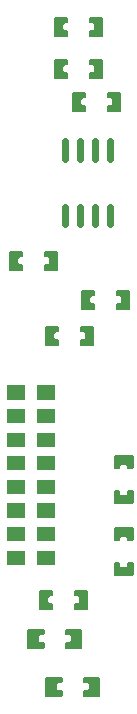
<source format=gbp>
G04 Layer: BottomPasteMaskLayer*
G04 EasyEDA v6.5.5, 2022-05-12 14:51:26*
G04 adf74ae4be104b6fa4aa75e98640d5de,defc1f93b7bc4f92b0c06f3051cee8fa,10*
G04 Gerber Generator version 0.2*
G04 Scale: 100 percent, Rotated: No, Reflected: No *
G04 Dimensions in millimeters *
G04 leading zeros omitted , absolute positions ,4 integer and 5 decimal *
%FSLAX45Y45*%
%MOMM*%

%ADD16C,0.5740*%

%LPD*%
G36*
X-198120Y-2123389D02*
G01*
X-208076Y-2133396D01*
X-208076Y-2286203D01*
X-198120Y-2296210D01*
X-69596Y-2296210D01*
X-59588Y-2286203D01*
X-59588Y-2249170D01*
X-69596Y-2239162D01*
X-100076Y-2239162D01*
X-110083Y-2229154D01*
X-110083Y-2190445D01*
X-100076Y-2180437D01*
X-69596Y-2180437D01*
X-59588Y-2170430D01*
X-59588Y-2133396D01*
X-69596Y-2123389D01*
G37*
G36*
X120396Y-2123389D02*
G01*
X110388Y-2133396D01*
X110388Y-2170430D01*
X120396Y-2180437D01*
X150876Y-2180437D01*
X160883Y-2190445D01*
X160883Y-2229154D01*
X150876Y-2239162D01*
X120396Y-2239162D01*
X110388Y-2249170D01*
X110388Y-2286203D01*
X120396Y-2296210D01*
X248920Y-2296210D01*
X258876Y-2286203D01*
X258876Y-2133396D01*
X248920Y-2123389D01*
G37*
G36*
X-350520Y-1716989D02*
G01*
X-360476Y-1726996D01*
X-360476Y-1879803D01*
X-350520Y-1889810D01*
X-221996Y-1889810D01*
X-211988Y-1879803D01*
X-211988Y-1842770D01*
X-221996Y-1832762D01*
X-252475Y-1832762D01*
X-262483Y-1822754D01*
X-262483Y-1784045D01*
X-252475Y-1774037D01*
X-221996Y-1774037D01*
X-211988Y-1764030D01*
X-211988Y-1726996D01*
X-221996Y-1716989D01*
G37*
G36*
X-32004Y-1716989D02*
G01*
X-42011Y-1726996D01*
X-42011Y-1764030D01*
X-32004Y-1774037D01*
X-1524Y-1774037D01*
X8483Y-1784045D01*
X8483Y-1822754D01*
X-1524Y-1832762D01*
X-32004Y-1832762D01*
X-42011Y-1842770D01*
X-42011Y-1879803D01*
X-32004Y-1889810D01*
X96520Y-1889810D01*
X106476Y-1879803D01*
X106476Y-1726996D01*
X96520Y-1716989D01*
G37*
G36*
X173685Y3463239D02*
G01*
X163677Y3453231D01*
X163677Y3417112D01*
X173685Y3407105D01*
X194767Y3407105D01*
X204774Y3397097D01*
X204774Y3359251D01*
X194767Y3349294D01*
X173685Y3349294D01*
X163677Y3339287D01*
X163677Y3303168D01*
X173685Y3293160D01*
X274472Y3293160D01*
X284429Y3303168D01*
X284429Y3453231D01*
X274472Y3463239D01*
G37*
G36*
X-122072Y3463239D02*
G01*
X-132029Y3453231D01*
X-132029Y3303168D01*
X-122072Y3293160D01*
X-21285Y3293160D01*
X-11277Y3303168D01*
X-11277Y3339287D01*
X-21285Y3349294D01*
X-42367Y3349294D01*
X-52374Y3359251D01*
X-52374Y3397097D01*
X-42367Y3407105D01*
X-21285Y3407105D01*
X-11277Y3417112D01*
X-11277Y3453231D01*
X-21285Y3463239D01*
G37*
G36*
X30327Y2828239D02*
G01*
X20370Y2818231D01*
X20370Y2668168D01*
X30327Y2658160D01*
X131114Y2658160D01*
X141122Y2668168D01*
X141122Y2704287D01*
X131114Y2714294D01*
X110032Y2714294D01*
X100025Y2724302D01*
X100025Y2762097D01*
X110032Y2772105D01*
X131114Y2772105D01*
X141122Y2782112D01*
X141122Y2818231D01*
X131114Y2828239D01*
G37*
G36*
X326085Y2828239D02*
G01*
X316077Y2818231D01*
X316077Y2782112D01*
X326085Y2772105D01*
X347167Y2772105D01*
X357174Y2762097D01*
X357174Y2724302D01*
X347167Y2714294D01*
X326085Y2714294D01*
X316077Y2704287D01*
X316077Y2668168D01*
X326085Y2658160D01*
X426872Y2658160D01*
X436829Y2668168D01*
X436829Y2818231D01*
X426872Y2828239D01*
G37*
G36*
X-122072Y3107639D02*
G01*
X-132029Y3097631D01*
X-132029Y2947568D01*
X-122072Y2937560D01*
X-21285Y2937560D01*
X-11277Y2947568D01*
X-11277Y2983687D01*
X-21285Y2993694D01*
X-42367Y2993694D01*
X-52374Y3003702D01*
X-52374Y3041497D01*
X-42367Y3051505D01*
X-21285Y3051505D01*
X-11277Y3061512D01*
X-11277Y3097631D01*
X-21285Y3107639D01*
G37*
G36*
X173685Y3107639D02*
G01*
X163677Y3097631D01*
X163677Y3061512D01*
X173685Y3051505D01*
X194767Y3051505D01*
X204774Y3041497D01*
X204774Y3003702D01*
X194767Y2993694D01*
X173685Y2993694D01*
X163677Y2983687D01*
X163677Y2947568D01*
X173685Y2937560D01*
X274472Y2937560D01*
X284429Y2947568D01*
X284429Y3097631D01*
X274472Y3107639D01*
G37*
G36*
X382168Y-248970D02*
G01*
X372160Y-258927D01*
X372160Y-359714D01*
X382168Y-369722D01*
X418287Y-369722D01*
X428294Y-359714D01*
X428294Y-338632D01*
X438302Y-328625D01*
X476097Y-328625D01*
X486105Y-338632D01*
X486105Y-359714D01*
X496112Y-369722D01*
X532231Y-369722D01*
X542239Y-359714D01*
X542239Y-258927D01*
X532231Y-248970D01*
G37*
G36*
X382168Y-544677D02*
G01*
X372160Y-554685D01*
X372160Y-655472D01*
X382168Y-665429D01*
X532231Y-665429D01*
X542239Y-655472D01*
X542239Y-554685D01*
X532231Y-544677D01*
X496112Y-544677D01*
X486105Y-554685D01*
X486105Y-575767D01*
X476097Y-585774D01*
X438302Y-585774D01*
X428294Y-575767D01*
X428294Y-554685D01*
X418287Y-544677D01*
G37*
G36*
X106527Y1151839D02*
G01*
X96570Y1141831D01*
X96570Y991768D01*
X106527Y981760D01*
X207314Y981760D01*
X217322Y991768D01*
X217322Y1027887D01*
X207314Y1037894D01*
X186232Y1037894D01*
X176225Y1047902D01*
X176225Y1085697D01*
X186232Y1095705D01*
X207314Y1095705D01*
X217322Y1105712D01*
X217322Y1141831D01*
X207314Y1151839D01*
G37*
G36*
X402285Y1151839D02*
G01*
X392277Y1141831D01*
X392277Y1105712D01*
X402285Y1095705D01*
X423367Y1095705D01*
X433374Y1085697D01*
X433374Y1047902D01*
X423367Y1037894D01*
X402285Y1037894D01*
X392277Y1027887D01*
X392277Y991768D01*
X402285Y981760D01*
X503072Y981760D01*
X513029Y991768D01*
X513029Y1141831D01*
X503072Y1151839D01*
G37*
G36*
X-207314Y1482039D02*
G01*
X-217322Y1472031D01*
X-217322Y1435912D01*
X-207314Y1425905D01*
X-186232Y1425905D01*
X-176225Y1415897D01*
X-176225Y1378102D01*
X-186232Y1368094D01*
X-207314Y1368094D01*
X-217322Y1358087D01*
X-217322Y1321968D01*
X-207314Y1311960D01*
X-106527Y1311960D01*
X-96570Y1321968D01*
X-96570Y1472031D01*
X-106527Y1482039D01*
G37*
G36*
X-503072Y1482039D02*
G01*
X-513029Y1472031D01*
X-513029Y1321968D01*
X-503072Y1311960D01*
X-402285Y1311960D01*
X-392277Y1321968D01*
X-392277Y1358087D01*
X-402285Y1368094D01*
X-423367Y1368094D01*
X-433374Y1378102D01*
X-433374Y1415897D01*
X-423367Y1425905D01*
X-402285Y1425905D01*
X-392277Y1435912D01*
X-392277Y1472031D01*
X-402285Y1482039D01*
G37*
G36*
X97485Y847039D02*
G01*
X87477Y837031D01*
X87477Y800912D01*
X97485Y790905D01*
X118567Y790905D01*
X128574Y780897D01*
X128574Y743102D01*
X118567Y733094D01*
X97485Y733094D01*
X87477Y723087D01*
X87477Y686968D01*
X97485Y676960D01*
X198272Y676960D01*
X208229Y686968D01*
X208229Y837031D01*
X198272Y847039D01*
G37*
G36*
X-198272Y847039D02*
G01*
X-208229Y837031D01*
X-208229Y686968D01*
X-198272Y676960D01*
X-97485Y676960D01*
X-87477Y686968D01*
X-87477Y723087D01*
X-97485Y733094D01*
X-118567Y733094D01*
X-128574Y743102D01*
X-128574Y780897D01*
X-118567Y790905D01*
X-97485Y790905D01*
X-87477Y800912D01*
X-87477Y837031D01*
X-97485Y847039D01*
G37*
G36*
X382168Y-858519D02*
G01*
X372160Y-868527D01*
X372160Y-969314D01*
X382168Y-979271D01*
X418287Y-979271D01*
X428294Y-969314D01*
X428294Y-948232D01*
X438302Y-938225D01*
X476097Y-938225D01*
X486105Y-948232D01*
X486105Y-969314D01*
X496112Y-979271D01*
X532231Y-979271D01*
X542239Y-969314D01*
X542239Y-868527D01*
X532231Y-858519D01*
G37*
G36*
X382168Y-1154277D02*
G01*
X372160Y-1164285D01*
X372160Y-1265072D01*
X382168Y-1275029D01*
X532231Y-1275029D01*
X542239Y-1265072D01*
X542239Y-1164285D01*
X532231Y-1154277D01*
X496112Y-1154277D01*
X486105Y-1164285D01*
X486105Y-1185367D01*
X476097Y-1195374D01*
X438302Y-1195374D01*
X428294Y-1185367D01*
X428294Y-1164285D01*
X418287Y-1154277D01*
G37*
G36*
X-249072Y-1388160D02*
G01*
X-259029Y-1398168D01*
X-259029Y-1548231D01*
X-249072Y-1558239D01*
X-148285Y-1558239D01*
X-138277Y-1548231D01*
X-138277Y-1512112D01*
X-148285Y-1502105D01*
X-169367Y-1502105D01*
X-179374Y-1492097D01*
X-179374Y-1454302D01*
X-169367Y-1444294D01*
X-148285Y-1444294D01*
X-138277Y-1434287D01*
X-138277Y-1398168D01*
X-148285Y-1388160D01*
G37*
G36*
X46685Y-1388160D02*
G01*
X36677Y-1398168D01*
X36677Y-1434287D01*
X46685Y-1444294D01*
X67767Y-1444294D01*
X77774Y-1454302D01*
X77774Y-1492097D01*
X67767Y-1502105D01*
X46685Y-1502105D01*
X36677Y-1512112D01*
X36677Y-1548231D01*
X46685Y-1558239D01*
X147472Y-1558239D01*
X157429Y-1548231D01*
X157429Y-1398168D01*
X147472Y-1388160D01*
G37*
D16*
X342900Y1853692D02*
G01*
X342900Y1707540D01*
X215900Y1853692D02*
G01*
X215900Y1707540D01*
X88900Y1853692D02*
G01*
X88900Y1707540D01*
X-38100Y1853692D02*
G01*
X-38100Y1707540D01*
X342900Y2407259D02*
G01*
X342900Y2261107D01*
X215900Y2407259D02*
G01*
X215900Y2261107D01*
X88900Y2407259D02*
G01*
X88900Y2261107D01*
X-38100Y2407259D02*
G01*
X-38100Y2261107D01*
G36*
X-533199Y-1057605D02*
G01*
X-381200Y-1057605D01*
X-381200Y-1177594D01*
X-533199Y-1177594D01*
G37*
G36*
X-533199Y-857605D02*
G01*
X-381200Y-857605D01*
X-381200Y-977595D01*
X-533199Y-977595D01*
G37*
G36*
X-533199Y-657605D02*
G01*
X-381200Y-657605D01*
X-381200Y-777595D01*
X-533199Y-777595D01*
G37*
G36*
X-533199Y-457606D02*
G01*
X-381200Y-457606D01*
X-381200Y-577595D01*
X-533199Y-577595D01*
G37*
G36*
X-533199Y-257606D02*
G01*
X-381200Y-257606D01*
X-381200Y-377596D01*
X-533199Y-377596D01*
G37*
G36*
X-533199Y-57607D02*
G01*
X-381200Y-57607D01*
X-381200Y-177596D01*
X-533199Y-177596D01*
G37*
G36*
X-533199Y142392D02*
G01*
X-381200Y142392D01*
X-381200Y22402D01*
X-533199Y22402D01*
G37*
G36*
X-533199Y342392D02*
G01*
X-381200Y342392D01*
X-381200Y222402D01*
X-533199Y222402D01*
G37*
G36*
X-279199Y342392D02*
G01*
X-127200Y342392D01*
X-127200Y222402D01*
X-279199Y222402D01*
G37*
G36*
X-279199Y142392D02*
G01*
X-127200Y142392D01*
X-127200Y22402D01*
X-279199Y22402D01*
G37*
G36*
X-279199Y-57607D02*
G01*
X-127200Y-57607D01*
X-127200Y-177596D01*
X-279199Y-177596D01*
G37*
G36*
X-279199Y-257606D02*
G01*
X-127200Y-257606D01*
X-127200Y-377596D01*
X-279199Y-377596D01*
G37*
G36*
X-279199Y-457606D02*
G01*
X-127200Y-457606D01*
X-127200Y-577595D01*
X-279199Y-577595D01*
G37*
G36*
X-279199Y-657605D02*
G01*
X-127200Y-657605D01*
X-127200Y-777595D01*
X-279199Y-777595D01*
G37*
G36*
X-279199Y-857605D02*
G01*
X-127200Y-857605D01*
X-127200Y-977595D01*
X-279199Y-977595D01*
G37*
G36*
X-279199Y-1057605D02*
G01*
X-127200Y-1057605D01*
X-127200Y-1177594D01*
X-279199Y-1177594D01*
G37*
M02*

</source>
